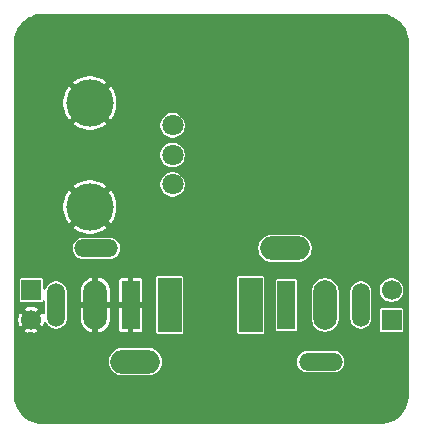
<source format=gbr>
%TF.GenerationSoftware,KiCad,Pcbnew,9.0.3*%
%TF.CreationDate,2025-07-15T20:34:28+12:00*%
%TF.ProjectId,LED_Dimmer,4c45445f-4469-46d6-9d65-722e6b696361,rev?*%
%TF.SameCoordinates,Original*%
%TF.FileFunction,Copper,L2,Bot*%
%TF.FilePolarity,Positive*%
%FSLAX46Y46*%
G04 Gerber Fmt 4.6, Leading zero omitted, Abs format (unit mm)*
G04 Created by KiCad (PCBNEW 9.0.3) date 2025-07-15 20:34:28*
%MOMM*%
%LPD*%
G01*
G04 APERTURE LIST*
%TA.AperFunction,ComponentPad*%
%ADD10R,1.700000X1.700000*%
%TD*%
%TA.AperFunction,ComponentPad*%
%ADD11C,1.700000*%
%TD*%
%TA.AperFunction,ComponentPad*%
%ADD12C,4.400000*%
%TD*%
%TA.AperFunction,ComponentPad*%
%ADD13R,2.000000X4.600000*%
%TD*%
%TA.AperFunction,ComponentPad*%
%ADD14O,2.000000X4.200000*%
%TD*%
%TA.AperFunction,ComponentPad*%
%ADD15O,4.200000X2.000000*%
%TD*%
%TA.AperFunction,ComponentPad*%
%ADD16C,1.800000*%
%TD*%
%TA.AperFunction,ComponentPad*%
%ADD17C,4.000000*%
%TD*%
%TA.AperFunction,ComponentPad*%
%ADD18R,1.500000X4.100000*%
%TD*%
%TA.AperFunction,ComponentPad*%
%ADD19O,1.500000X3.700000*%
%TD*%
%TA.AperFunction,ComponentPad*%
%ADD20O,3.700000X1.500000*%
%TD*%
%TA.AperFunction,ViaPad*%
%ADD21C,0.600000*%
%TD*%
G04 APERTURE END LIST*
D10*
%TO.P,J2,1,Pin_1*%
%TO.N,12V*%
X117500001Y-49698109D03*
D11*
%TO.P,J2,2,Pin_2*%
%TO.N,/SwitchGND*%
X117500001Y-47158109D03*
%TD*%
D12*
%TO.P,MH2,1,1*%
%TO.N,GND*%
X116500000Y-26247798D03*
%TD*%
D10*
%TO.P,J1,1,Pin_1*%
%TO.N,12V*%
X87000000Y-47148110D03*
D11*
%TO.P,J1,2,Pin_2*%
%TO.N,GND*%
X87000000Y-49688110D03*
%TD*%
D12*
%TO.P,MH3,1,1*%
%TO.N,GND*%
X88000000Y-26247798D03*
%TD*%
%TO.P,MH1,1,1*%
%TO.N,GND*%
X88000000Y-55997798D03*
%TD*%
%TO.P,MH4,1,1*%
%TO.N,GND*%
X116500000Y-55997798D03*
%TD*%
D13*
%TO.P,J_PS1,1*%
%TO.N,12V*%
X98716000Y-48423110D03*
D14*
%TO.P,J_PS1,2*%
%TO.N,GND*%
X92415999Y-48423109D03*
D15*
%TO.P,J_PS1,3*%
%TO.N,unconnected-(J_PS1-Pad3)*%
X95816000Y-53223110D03*
%TD*%
D13*
%TO.P,J_LED1,1*%
%TO.N,12V*%
X105574001Y-48423109D03*
D14*
%TO.P,J_LED1,2*%
%TO.N,/SwitchGND*%
X111874002Y-48423110D03*
D15*
%TO.P,J_LED1,3*%
%TO.N,unconnected-(J_LED1-Pad3)*%
X108474001Y-43623109D03*
%TD*%
D16*
%TO.P,PT1,1,1*%
%TO.N,Net-(D1-K)*%
X98953402Y-33219612D03*
%TO.P,PT1,2,2*%
%TO.N,/THRESH*%
X98953402Y-35719612D03*
%TO.P,PT1,3,3*%
%TO.N,Net-(D2-A)*%
X98953402Y-38219612D03*
D17*
%TO.P,PT1,MP,MountPin*%
%TO.N,GND*%
X91953407Y-40119610D03*
X91953401Y-31319612D03*
%TD*%
D18*
%TO.P,J_PS2,1*%
%TO.N,GND*%
X95400000Y-48423110D03*
D19*
%TO.P,J_PS2,2*%
%TO.N,12V*%
X89099999Y-48423109D03*
D20*
%TO.P,J_PS2,3*%
%TO.N,unconnected-(J_PS2-Pad3)*%
X92500000Y-43623111D03*
%TD*%
D18*
%TO.P,J_LED2,1*%
%TO.N,/SwitchGND*%
X108600000Y-48423109D03*
D19*
%TO.P,J_LED2,2*%
%TO.N,12V*%
X114900001Y-48423110D03*
D20*
%TO.P,J_LED2,3*%
%TO.N,unconnected-(J_LED2-Pad3)*%
X111500000Y-53223108D03*
%TD*%
D21*
%TO.N,GND*%
X92408086Y-45596315D03*
X87000000Y-42000000D03*
X90000000Y-45000000D03*
X108000000Y-27000000D03*
X99000000Y-27000000D03*
X105000000Y-57000000D03*
X111000000Y-27000000D03*
X103191248Y-33096547D03*
X87000000Y-51000000D03*
X104750000Y-43417833D03*
X114000000Y-39000000D03*
X117000000Y-42000000D03*
X96000000Y-45000000D03*
X99000000Y-57000000D03*
X96000000Y-27000000D03*
X114000000Y-42000000D03*
X93000000Y-27000000D03*
X87000000Y-36000000D03*
X117000000Y-33000000D03*
X102000000Y-43381791D03*
X87000000Y-30000000D03*
X102000000Y-51000000D03*
X102000000Y-27000000D03*
X93000000Y-36000000D03*
X104865307Y-32567641D03*
X96000000Y-57000000D03*
X114000000Y-57000000D03*
X111000000Y-39000000D03*
X93000000Y-57000000D03*
X114000000Y-33000000D03*
X114000000Y-36000000D03*
X90659826Y-48407694D03*
X105000000Y-54000000D03*
X108000000Y-57000000D03*
X90000000Y-54000000D03*
X99000000Y-30000000D03*
X105000000Y-27000000D03*
X87000000Y-33000000D03*
X87000000Y-45000000D03*
X90000000Y-36000000D03*
X99000000Y-54000000D03*
X102000000Y-54000000D03*
X103287999Y-44667833D03*
X93000000Y-54000000D03*
X87000000Y-39000000D03*
X96000000Y-36000000D03*
X117000000Y-30000000D03*
X102000000Y-44667833D03*
X108000000Y-30000000D03*
X111000000Y-57000000D03*
X114000000Y-30000000D03*
X111000000Y-30000000D03*
X117000000Y-39000000D03*
X108000000Y-54000000D03*
X96000000Y-30000000D03*
X96000000Y-33000000D03*
X104750000Y-44667833D03*
X114000000Y-54000000D03*
X108000000Y-39000000D03*
X100279841Y-34256258D03*
X117000000Y-36000000D03*
X96000000Y-42000000D03*
X90000000Y-51000000D03*
X96000000Y-39000000D03*
X102000000Y-57000000D03*
X112443516Y-40500000D03*
%TD*%
%TA.AperFunction,Conductor*%
%TO.N,GND*%
G36*
X116411216Y-23748514D02*
G01*
X116412716Y-23748338D01*
X116427435Y-23748711D01*
X116434109Y-23750500D01*
X116497824Y-23750500D01*
X116499399Y-23750540D01*
X116503737Y-23750726D01*
X116793797Y-23768271D01*
X116808660Y-23770076D01*
X117090798Y-23821780D01*
X117105335Y-23825363D01*
X117379183Y-23910698D01*
X117393164Y-23916000D01*
X117654735Y-24033724D01*
X117667989Y-24040680D01*
X117913465Y-24189075D01*
X117925776Y-24197573D01*
X118151572Y-24374473D01*
X118151573Y-24374474D01*
X118162781Y-24384404D01*
X118365596Y-24587218D01*
X118375526Y-24598426D01*
X118495481Y-24751538D01*
X118552422Y-24824217D01*
X118560928Y-24836541D01*
X118709319Y-25082012D01*
X118716277Y-25095269D01*
X118833994Y-25356823D01*
X118839304Y-25370825D01*
X118924635Y-25644664D01*
X118928219Y-25659202D01*
X118979923Y-25941340D01*
X118981728Y-25956205D01*
X118999274Y-26246263D01*
X118999500Y-26253750D01*
X118999500Y-55996249D01*
X118999274Y-56003736D01*
X118981728Y-56293794D01*
X118979923Y-56308659D01*
X118928219Y-56590798D01*
X118924635Y-56605336D01*
X118839306Y-56879167D01*
X118833997Y-56893168D01*
X118716275Y-57154736D01*
X118709316Y-57167995D01*
X118560928Y-57413459D01*
X118552422Y-57425782D01*
X118375526Y-57651573D01*
X118365596Y-57662781D01*
X118162781Y-57865596D01*
X118151573Y-57875526D01*
X117925782Y-58052422D01*
X117913459Y-58060928D01*
X117667995Y-58209316D01*
X117654736Y-58216275D01*
X117393168Y-58333997D01*
X117379167Y-58339306D01*
X117105336Y-58424635D01*
X117090798Y-58428219D01*
X116808659Y-58479923D01*
X116793794Y-58481728D01*
X116538939Y-58497144D01*
X116531461Y-58497370D01*
X88003756Y-58499499D01*
X87996260Y-58499273D01*
X87706205Y-58481728D01*
X87691340Y-58479923D01*
X87409201Y-58428219D01*
X87394663Y-58424635D01*
X87120832Y-58339306D01*
X87106831Y-58333997D01*
X86845263Y-58216275D01*
X86832004Y-58209316D01*
X86586540Y-58060928D01*
X86574217Y-58052422D01*
X86348426Y-57875526D01*
X86337218Y-57865596D01*
X86134403Y-57662781D01*
X86124473Y-57651573D01*
X85947573Y-57425776D01*
X85939075Y-57413465D01*
X85790680Y-57167989D01*
X85783727Y-57154743D01*
X85666000Y-56893163D01*
X85660693Y-56879167D01*
X85575364Y-56605336D01*
X85571780Y-56590798D01*
X85520076Y-56308659D01*
X85518271Y-56293794D01*
X85500726Y-56003736D01*
X85500500Y-55996249D01*
X85500500Y-53132558D01*
X93565500Y-53132558D01*
X93565500Y-53313661D01*
X93593829Y-53492520D01*
X93649787Y-53664746D01*
X93649788Y-53664749D01*
X93732006Y-53826107D01*
X93838441Y-53972604D01*
X93838445Y-53972609D01*
X93966500Y-54100664D01*
X93966505Y-54100668D01*
X93998080Y-54123608D01*
X94113006Y-54207106D01*
X94218484Y-54260850D01*
X94274360Y-54289321D01*
X94274363Y-54289322D01*
X94360476Y-54317301D01*
X94446591Y-54345281D01*
X94529429Y-54358401D01*
X94625449Y-54373610D01*
X94625454Y-54373610D01*
X97006551Y-54373610D01*
X97093259Y-54359875D01*
X97185409Y-54345281D01*
X97357639Y-54289321D01*
X97518994Y-54207106D01*
X97665501Y-54100663D01*
X97793553Y-53972611D01*
X97899996Y-53826104D01*
X97982211Y-53664749D01*
X98038171Y-53492519D01*
X98052765Y-53400369D01*
X98066500Y-53313661D01*
X98066500Y-53134412D01*
X109499500Y-53134412D01*
X109499500Y-53311803D01*
X109534103Y-53485766D01*
X109534106Y-53485775D01*
X109601983Y-53649648D01*
X109601990Y-53649661D01*
X109700535Y-53797142D01*
X109700538Y-53797146D01*
X109825961Y-53922569D01*
X109825965Y-53922572D01*
X109973446Y-54021117D01*
X109973459Y-54021124D01*
X110096363Y-54072031D01*
X110137334Y-54089002D01*
X110137336Y-54089002D01*
X110137341Y-54089004D01*
X110311304Y-54123607D01*
X110311307Y-54123608D01*
X110311309Y-54123608D01*
X112688693Y-54123608D01*
X112688694Y-54123607D01*
X112746682Y-54112072D01*
X112862658Y-54089004D01*
X112862661Y-54089002D01*
X112862666Y-54089002D01*
X113026547Y-54021121D01*
X113174035Y-53922572D01*
X113299464Y-53797143D01*
X113398013Y-53649655D01*
X113465894Y-53485774D01*
X113500500Y-53311799D01*
X113500500Y-53134417D01*
X113500500Y-53134414D01*
X113500499Y-53134412D01*
X113465896Y-52960449D01*
X113465893Y-52960440D01*
X113398016Y-52796567D01*
X113398009Y-52796554D01*
X113299464Y-52649073D01*
X113299461Y-52649069D01*
X113174038Y-52523646D01*
X113174034Y-52523643D01*
X113026553Y-52425098D01*
X113026540Y-52425091D01*
X112862667Y-52357214D01*
X112862658Y-52357211D01*
X112688694Y-52322608D01*
X112688691Y-52322608D01*
X110311309Y-52322608D01*
X110311306Y-52322608D01*
X110137341Y-52357211D01*
X110137332Y-52357214D01*
X109973459Y-52425091D01*
X109973446Y-52425098D01*
X109825965Y-52523643D01*
X109825961Y-52523646D01*
X109700538Y-52649069D01*
X109700535Y-52649073D01*
X109601990Y-52796554D01*
X109601983Y-52796567D01*
X109534106Y-52960440D01*
X109534103Y-52960449D01*
X109499500Y-53134412D01*
X98066500Y-53134412D01*
X98066500Y-53132558D01*
X98050019Y-53028507D01*
X98038171Y-52953701D01*
X97982211Y-52781471D01*
X97982211Y-52781470D01*
X97914748Y-52649069D01*
X97899996Y-52620116D01*
X97829907Y-52523646D01*
X97793558Y-52473615D01*
X97793554Y-52473610D01*
X97665499Y-52345555D01*
X97665494Y-52345551D01*
X97518997Y-52239116D01*
X97518996Y-52239115D01*
X97518994Y-52239114D01*
X97467300Y-52212774D01*
X97357639Y-52156898D01*
X97357636Y-52156897D01*
X97185410Y-52100939D01*
X97006551Y-52072610D01*
X97006546Y-52072610D01*
X94625454Y-52072610D01*
X94625449Y-52072610D01*
X94446589Y-52100939D01*
X94274363Y-52156897D01*
X94274360Y-52156898D01*
X94113002Y-52239116D01*
X93966505Y-52345551D01*
X93966500Y-52345555D01*
X93838445Y-52473610D01*
X93838441Y-52473615D01*
X93732006Y-52620112D01*
X93649788Y-52781470D01*
X93649787Y-52781473D01*
X93593829Y-52953699D01*
X93565500Y-53132558D01*
X85500500Y-53132558D01*
X85500500Y-49601538D01*
X85900000Y-49601538D01*
X85900000Y-49774681D01*
X85927085Y-49945694D01*
X85980592Y-50110369D01*
X86059196Y-50264635D01*
X86063709Y-50270846D01*
X86063709Y-50270847D01*
X86517037Y-49817519D01*
X86534075Y-49881103D01*
X86599901Y-49995117D01*
X86692993Y-50088209D01*
X86807007Y-50154035D01*
X86870589Y-50171072D01*
X86417261Y-50624399D01*
X86417262Y-50624400D01*
X86423471Y-50628911D01*
X86577742Y-50707518D01*
X86742415Y-50761024D01*
X86913429Y-50788110D01*
X87086571Y-50788110D01*
X87257584Y-50761024D01*
X87422257Y-50707518D01*
X87576525Y-50628913D01*
X87582736Y-50624399D01*
X87582737Y-50624399D01*
X87129410Y-50171072D01*
X87192993Y-50154035D01*
X87307007Y-50088209D01*
X87400099Y-49995117D01*
X87465925Y-49881103D01*
X87482962Y-49817519D01*
X87936289Y-50270846D01*
X87940803Y-50264635D01*
X88019408Y-50110365D01*
X88069026Y-49957661D01*
X88108464Y-49899985D01*
X88172822Y-49872787D01*
X88241669Y-49884702D01*
X88293144Y-49931946D01*
X88301517Y-49948525D01*
X88301986Y-49949656D01*
X88301987Y-49949657D01*
X88301989Y-49949662D01*
X88400534Y-50097143D01*
X88400537Y-50097147D01*
X88525960Y-50222570D01*
X88525964Y-50222573D01*
X88673445Y-50321118D01*
X88673458Y-50321125D01*
X88712823Y-50337430D01*
X88837333Y-50389003D01*
X88837335Y-50389003D01*
X88837340Y-50389005D01*
X89011303Y-50423608D01*
X89011306Y-50423609D01*
X89011308Y-50423609D01*
X89188692Y-50423609D01*
X89188693Y-50423608D01*
X89246681Y-50412073D01*
X89362657Y-50389005D01*
X89362660Y-50389003D01*
X89362665Y-50389003D01*
X89502534Y-50331067D01*
X89526539Y-50321125D01*
X89526539Y-50321124D01*
X89526546Y-50321122D01*
X89674034Y-50222573D01*
X89799463Y-50097144D01*
X89898012Y-49949656D01*
X89965893Y-49785775D01*
X89965893Y-49785770D01*
X89965895Y-49785767D01*
X89988963Y-49669791D01*
X90000499Y-49611800D01*
X90000499Y-47234418D01*
X90000497Y-47234406D01*
X89998572Y-47224726D01*
X91165999Y-47224726D01*
X91165999Y-48173109D01*
X91915999Y-48173109D01*
X91915999Y-48673109D01*
X91165999Y-48673109D01*
X91165999Y-49621491D01*
X91196777Y-49815814D01*
X91257580Y-50002944D01*
X91346903Y-50178252D01*
X91462554Y-50337430D01*
X91601677Y-50476553D01*
X91760855Y-50592204D01*
X91936161Y-50681527D01*
X92123282Y-50742327D01*
X92165999Y-50749093D01*
X92165999Y-49956121D01*
X92223006Y-49989034D01*
X92350173Y-50023109D01*
X92481825Y-50023109D01*
X92608992Y-49989034D01*
X92665999Y-49956121D01*
X92665999Y-50749092D01*
X92708715Y-50742327D01*
X92722241Y-50737932D01*
X97565499Y-50737932D01*
X97574231Y-50781827D01*
X97574234Y-50781834D01*
X97607495Y-50831613D01*
X97607496Y-50831614D01*
X97657278Y-50864877D01*
X97657281Y-50864877D01*
X97657282Y-50864878D01*
X97701177Y-50873610D01*
X97701180Y-50873610D01*
X99730822Y-50873610D01*
X99774717Y-50864878D01*
X99774717Y-50864877D01*
X99774722Y-50864877D01*
X99824504Y-50831614D01*
X99857767Y-50781832D01*
X99861906Y-50761024D01*
X99866500Y-50737932D01*
X99866500Y-50737931D01*
X104423500Y-50737931D01*
X104432232Y-50781826D01*
X104432233Y-50781830D01*
X104432234Y-50781831D01*
X104465497Y-50831613D01*
X104515279Y-50864876D01*
X104515282Y-50864876D01*
X104515283Y-50864877D01*
X104559178Y-50873609D01*
X104559181Y-50873609D01*
X106588823Y-50873609D01*
X106632718Y-50864877D01*
X106632718Y-50864876D01*
X106632723Y-50864876D01*
X106682505Y-50831613D01*
X106715768Y-50781831D01*
X106719907Y-50761024D01*
X106724501Y-50737931D01*
X106724501Y-50487931D01*
X107699499Y-50487931D01*
X107708231Y-50531826D01*
X107708234Y-50531833D01*
X107734173Y-50570654D01*
X107741496Y-50581613D01*
X107791278Y-50614876D01*
X107791281Y-50614876D01*
X107791282Y-50614877D01*
X107835177Y-50623609D01*
X107835180Y-50623609D01*
X109364822Y-50623609D01*
X109408717Y-50614877D01*
X109408717Y-50614876D01*
X109408722Y-50614876D01*
X109458504Y-50581613D01*
X109491767Y-50531831D01*
X109491768Y-50531826D01*
X109500500Y-50487931D01*
X109500500Y-47232558D01*
X110723502Y-47232558D01*
X110723502Y-49613661D01*
X110751831Y-49792520D01*
X110807789Y-49964746D01*
X110807790Y-49964749D01*
X110846981Y-50041663D01*
X110870697Y-50088209D01*
X110890008Y-50126107D01*
X110996443Y-50272604D01*
X110996447Y-50272609D01*
X111124502Y-50400664D01*
X111124507Y-50400668D01*
X111228955Y-50476553D01*
X111271008Y-50507106D01*
X111376486Y-50560850D01*
X111432362Y-50589321D01*
X111432365Y-50589322D01*
X111518478Y-50617301D01*
X111604593Y-50645281D01*
X111676141Y-50656613D01*
X111783451Y-50673610D01*
X111783456Y-50673610D01*
X111964553Y-50673610D01*
X112051261Y-50659875D01*
X112143411Y-50645281D01*
X112315641Y-50589321D01*
X112367434Y-50562931D01*
X116499500Y-50562931D01*
X116508232Y-50606825D01*
X116508235Y-50606833D01*
X116533925Y-50645281D01*
X116541497Y-50656613D01*
X116591279Y-50689876D01*
X116591282Y-50689876D01*
X116591283Y-50689877D01*
X116635178Y-50698609D01*
X116635181Y-50698609D01*
X118364823Y-50698609D01*
X118408718Y-50689877D01*
X118408718Y-50689876D01*
X118408723Y-50689876D01*
X118458505Y-50656613D01*
X118491768Y-50606831D01*
X118491768Y-50606827D01*
X118491770Y-50606825D01*
X118500501Y-50562931D01*
X118500501Y-48833286D01*
X118491769Y-48789391D01*
X118491768Y-48789390D01*
X118491768Y-48789387D01*
X118458505Y-48739605D01*
X118458504Y-48739604D01*
X118408725Y-48706343D01*
X118408718Y-48706340D01*
X118364823Y-48697609D01*
X118364821Y-48697609D01*
X116635181Y-48697609D01*
X116635179Y-48697609D01*
X116591283Y-48706340D01*
X116591276Y-48706343D01*
X116541497Y-48739604D01*
X116541496Y-48739605D01*
X116508235Y-48789384D01*
X116508232Y-48789391D01*
X116499501Y-48833286D01*
X116499501Y-48833289D01*
X116499501Y-50562929D01*
X116499501Y-50562931D01*
X116499500Y-50562931D01*
X112367434Y-50562931D01*
X112476996Y-50507106D01*
X112623503Y-50400663D01*
X112751555Y-50272611D01*
X112857998Y-50126104D01*
X112940213Y-49964749D01*
X112996173Y-49792519D01*
X113012710Y-49688109D01*
X113024502Y-49613661D01*
X113024502Y-47234414D01*
X113999501Y-47234414D01*
X113999501Y-49611805D01*
X114034104Y-49785768D01*
X114034107Y-49785777D01*
X114101984Y-49949650D01*
X114101991Y-49949663D01*
X114200536Y-50097144D01*
X114200539Y-50097148D01*
X114325962Y-50222571D01*
X114325966Y-50222574D01*
X114473447Y-50321119D01*
X114473460Y-50321126D01*
X114596364Y-50372033D01*
X114637335Y-50389004D01*
X114637337Y-50389004D01*
X114637342Y-50389006D01*
X114811305Y-50423609D01*
X114811308Y-50423610D01*
X114811310Y-50423610D01*
X114988694Y-50423610D01*
X114988695Y-50423609D01*
X115046683Y-50412074D01*
X115162659Y-50389006D01*
X115162662Y-50389004D01*
X115162667Y-50389004D01*
X115326548Y-50321123D01*
X115474036Y-50222574D01*
X115599465Y-50097145D01*
X115698014Y-49949657D01*
X115765895Y-49785776D01*
X115772229Y-49753936D01*
X115798416Y-49622284D01*
X115800501Y-49611801D01*
X115800501Y-47256652D01*
X116499500Y-47256652D01*
X116537948Y-47449938D01*
X116537951Y-47449948D01*
X116613365Y-47632016D01*
X116613372Y-47632029D01*
X116722861Y-47795890D01*
X116722864Y-47795894D01*
X116862215Y-47935245D01*
X116862219Y-47935248D01*
X117026080Y-48044737D01*
X117026093Y-48044744D01*
X117208161Y-48120158D01*
X117208166Y-48120160D01*
X117208170Y-48120160D01*
X117208171Y-48120161D01*
X117401457Y-48158609D01*
X117401460Y-48158609D01*
X117598544Y-48158609D01*
X117783073Y-48121903D01*
X117791836Y-48120160D01*
X117973915Y-48044741D01*
X118137783Y-47935248D01*
X118277140Y-47795891D01*
X118386633Y-47632023D01*
X118462052Y-47449944D01*
X118500501Y-47256650D01*
X118500501Y-47059568D01*
X118500501Y-47059565D01*
X118462053Y-46866279D01*
X118462052Y-46866278D01*
X118462052Y-46866274D01*
X118413507Y-46749074D01*
X118386636Y-46684201D01*
X118386629Y-46684188D01*
X118277140Y-46520327D01*
X118277137Y-46520323D01*
X118137786Y-46380972D01*
X118137782Y-46380969D01*
X117973921Y-46271480D01*
X117973908Y-46271473D01*
X117791840Y-46196059D01*
X117791830Y-46196056D01*
X117598544Y-46157609D01*
X117598542Y-46157609D01*
X117401460Y-46157609D01*
X117401458Y-46157609D01*
X117208171Y-46196056D01*
X117208161Y-46196059D01*
X117026093Y-46271473D01*
X117026080Y-46271480D01*
X116862219Y-46380969D01*
X116862215Y-46380972D01*
X116722864Y-46520323D01*
X116722861Y-46520327D01*
X116613372Y-46684188D01*
X116613365Y-46684201D01*
X116537951Y-46866269D01*
X116537948Y-46866279D01*
X116499501Y-47059565D01*
X116499501Y-47059568D01*
X116499501Y-47256650D01*
X116499501Y-47256652D01*
X116499500Y-47256652D01*
X115800501Y-47256652D01*
X115800501Y-47234419D01*
X115800501Y-47234418D01*
X115800501Y-47234416D01*
X115769321Y-47077668D01*
X115769320Y-47077665D01*
X115765895Y-47060445D01*
X115765894Y-47060443D01*
X115741284Y-47001026D01*
X115698017Y-46896569D01*
X115698010Y-46896556D01*
X115599465Y-46749075D01*
X115599462Y-46749071D01*
X115474039Y-46623648D01*
X115474035Y-46623645D01*
X115326554Y-46525100D01*
X115326541Y-46525093D01*
X115162668Y-46457216D01*
X115162659Y-46457213D01*
X114988695Y-46422610D01*
X114988692Y-46422610D01*
X114811310Y-46422610D01*
X114811307Y-46422610D01*
X114637342Y-46457213D01*
X114637333Y-46457216D01*
X114473460Y-46525093D01*
X114473447Y-46525100D01*
X114325966Y-46623645D01*
X114325962Y-46623648D01*
X114200539Y-46749071D01*
X114200536Y-46749075D01*
X114101991Y-46896556D01*
X114101984Y-46896569D01*
X114034107Y-47060442D01*
X114034104Y-47060451D01*
X113999501Y-47234414D01*
X113024502Y-47234414D01*
X113024502Y-47232558D01*
X112999969Y-47077668D01*
X112996173Y-47053701D01*
X112945119Y-46896569D01*
X112940214Y-46881473D01*
X112940213Y-46881470D01*
X112872753Y-46749075D01*
X112857998Y-46720116D01*
X112812276Y-46657185D01*
X112751560Y-46573615D01*
X112751556Y-46573610D01*
X112623501Y-46445555D01*
X112623496Y-46445551D01*
X112476999Y-46339116D01*
X112476998Y-46339115D01*
X112476996Y-46339114D01*
X112425302Y-46312774D01*
X112315641Y-46256898D01*
X112315638Y-46256897D01*
X112143412Y-46200939D01*
X111964553Y-46172610D01*
X111964548Y-46172610D01*
X111783456Y-46172610D01*
X111783451Y-46172610D01*
X111604591Y-46200939D01*
X111432365Y-46256897D01*
X111432362Y-46256898D01*
X111271004Y-46339116D01*
X111124507Y-46445551D01*
X111124502Y-46445555D01*
X110996447Y-46573610D01*
X110996443Y-46573615D01*
X110890008Y-46720112D01*
X110807790Y-46881470D01*
X110807789Y-46881473D01*
X110751831Y-47053699D01*
X110723502Y-47232558D01*
X109500500Y-47232558D01*
X109500500Y-46358286D01*
X109491768Y-46314391D01*
X109491767Y-46314390D01*
X109491767Y-46314387D01*
X109458504Y-46264605D01*
X109458503Y-46264604D01*
X109408724Y-46231343D01*
X109408717Y-46231340D01*
X109364822Y-46222609D01*
X109364820Y-46222609D01*
X107835180Y-46222609D01*
X107835178Y-46222609D01*
X107791282Y-46231340D01*
X107791275Y-46231343D01*
X107741496Y-46264604D01*
X107741495Y-46264605D01*
X107708234Y-46314384D01*
X107708231Y-46314391D01*
X107699500Y-46358286D01*
X107699500Y-46358289D01*
X107699500Y-50487929D01*
X107699500Y-50487931D01*
X107699499Y-50487931D01*
X106724501Y-50487931D01*
X106724501Y-46108286D01*
X106715769Y-46064391D01*
X106715768Y-46064388D01*
X106715768Y-46064387D01*
X106682505Y-46014605D01*
X106632726Y-45981344D01*
X106632725Y-45981343D01*
X106632718Y-45981340D01*
X106588823Y-45972609D01*
X106588821Y-45972609D01*
X104559181Y-45972609D01*
X104559179Y-45972609D01*
X104515283Y-45981340D01*
X104515276Y-45981343D01*
X104465497Y-46014604D01*
X104465496Y-46014605D01*
X104432235Y-46064384D01*
X104432232Y-46064391D01*
X104423501Y-46108286D01*
X104423501Y-46108287D01*
X104423501Y-46108289D01*
X104423501Y-50737929D01*
X104423501Y-50737931D01*
X104423500Y-50737931D01*
X99866500Y-50737931D01*
X99866500Y-46108288D01*
X99866499Y-46108287D01*
X99864278Y-46097123D01*
X99857767Y-46064388D01*
X99824504Y-46014606D01*
X99824503Y-46014605D01*
X99774724Y-45981344D01*
X99774717Y-45981341D01*
X99730822Y-45972610D01*
X99730820Y-45972610D01*
X97701180Y-45972610D01*
X97701178Y-45972610D01*
X97657282Y-45981341D01*
X97657275Y-45981344D01*
X97607496Y-46014605D01*
X97607495Y-46014606D01*
X97574234Y-46064385D01*
X97574231Y-46064392D01*
X97565500Y-46108287D01*
X97565500Y-46108288D01*
X97565500Y-46108290D01*
X97565500Y-50737930D01*
X97565500Y-50737932D01*
X97565499Y-50737932D01*
X92722241Y-50737932D01*
X92895836Y-50681527D01*
X93071142Y-50592204D01*
X93230320Y-50476553D01*
X93369443Y-50337430D01*
X93485094Y-50178252D01*
X93574417Y-50002944D01*
X93635220Y-49815814D01*
X93665999Y-49621491D01*
X93665999Y-48673109D01*
X92915999Y-48673109D01*
X92915999Y-48173109D01*
X93665999Y-48173109D01*
X93665999Y-47224726D01*
X93635220Y-47030403D01*
X93574417Y-46843273D01*
X93485094Y-46667965D01*
X93369443Y-46508787D01*
X93230320Y-46369664D01*
X93201164Y-46348481D01*
X94400000Y-46348481D01*
X94400000Y-48173110D01*
X94900000Y-48173110D01*
X94900000Y-48673110D01*
X94400000Y-48673110D01*
X94400000Y-50497738D01*
X94414503Y-50570650D01*
X94414505Y-50570654D01*
X94469760Y-50653349D01*
X94552455Y-50708604D01*
X94552459Y-50708606D01*
X94625371Y-50723109D01*
X94625374Y-50723110D01*
X95150000Y-50723110D01*
X95150000Y-50156122D01*
X95207007Y-50189035D01*
X95334174Y-50223110D01*
X95465826Y-50223110D01*
X95592993Y-50189035D01*
X95650000Y-50156122D01*
X95650000Y-50723110D01*
X96174626Y-50723110D01*
X96174628Y-50723109D01*
X96247540Y-50708606D01*
X96247544Y-50708604D01*
X96330239Y-50653349D01*
X96385494Y-50570654D01*
X96385496Y-50570650D01*
X96399999Y-50497738D01*
X96400000Y-50497736D01*
X96400000Y-48673110D01*
X95900000Y-48673110D01*
X95900000Y-48173110D01*
X96400000Y-48173110D01*
X96400000Y-46348483D01*
X96399999Y-46348481D01*
X96385496Y-46275569D01*
X96385494Y-46275565D01*
X96330239Y-46192870D01*
X96247544Y-46137615D01*
X96247540Y-46137613D01*
X96174627Y-46123110D01*
X95650000Y-46123110D01*
X95650000Y-46690098D01*
X95592993Y-46657185D01*
X95465826Y-46623110D01*
X95334174Y-46623110D01*
X95207007Y-46657185D01*
X95150000Y-46690098D01*
X95150000Y-46123110D01*
X94625373Y-46123110D01*
X94552459Y-46137613D01*
X94552455Y-46137615D01*
X94469760Y-46192870D01*
X94414505Y-46275565D01*
X94414503Y-46275569D01*
X94400000Y-46348481D01*
X93201164Y-46348481D01*
X93071142Y-46254013D01*
X92895834Y-46164690D01*
X92708704Y-46103887D01*
X92665999Y-46097123D01*
X92665999Y-46890097D01*
X92608992Y-46857184D01*
X92481825Y-46823109D01*
X92350173Y-46823109D01*
X92223006Y-46857184D01*
X92165999Y-46890097D01*
X92165999Y-46097123D01*
X92165998Y-46097123D01*
X92123293Y-46103887D01*
X91936163Y-46164690D01*
X91760855Y-46254013D01*
X91601677Y-46369664D01*
X91462554Y-46508787D01*
X91346903Y-46667965D01*
X91257580Y-46843273D01*
X91196777Y-47030403D01*
X91165999Y-47224726D01*
X89998572Y-47224726D01*
X89965895Y-47060450D01*
X89965892Y-47060442D01*
X89898015Y-46896569D01*
X89898015Y-46896568D01*
X89898008Y-46896555D01*
X89799463Y-46749074D01*
X89799460Y-46749070D01*
X89674037Y-46623647D01*
X89674033Y-46623644D01*
X89526552Y-46525099D01*
X89526539Y-46525092D01*
X89362666Y-46457215D01*
X89362657Y-46457212D01*
X89188693Y-46422609D01*
X89188690Y-46422609D01*
X89011308Y-46422609D01*
X89011305Y-46422609D01*
X88837340Y-46457212D01*
X88837331Y-46457215D01*
X88673458Y-46525092D01*
X88673445Y-46525099D01*
X88525964Y-46623644D01*
X88525960Y-46623647D01*
X88400537Y-46749070D01*
X88400534Y-46749074D01*
X88301989Y-46896555D01*
X88301982Y-46896568D01*
X88239061Y-47048478D01*
X88195221Y-47102882D01*
X88128927Y-47124947D01*
X88061227Y-47107668D01*
X88013616Y-47056531D01*
X88000500Y-47001026D01*
X88000500Y-46283287D01*
X87991768Y-46239392D01*
X87991767Y-46239391D01*
X87991767Y-46239388D01*
X87958504Y-46189606D01*
X87958503Y-46189605D01*
X87908724Y-46156344D01*
X87908717Y-46156341D01*
X87864822Y-46147610D01*
X87864820Y-46147610D01*
X86135180Y-46147610D01*
X86135178Y-46147610D01*
X86091282Y-46156341D01*
X86091275Y-46156344D01*
X86041496Y-46189605D01*
X86041495Y-46189606D01*
X86008234Y-46239385D01*
X86008231Y-46239392D01*
X85999500Y-46283287D01*
X85999500Y-46283290D01*
X85999500Y-48012930D01*
X85999500Y-48012932D01*
X85999499Y-48012932D01*
X86008231Y-48056827D01*
X86008232Y-48056831D01*
X86008233Y-48056832D01*
X86041496Y-48106614D01*
X86091278Y-48139877D01*
X86091281Y-48139877D01*
X86091282Y-48139878D01*
X86135177Y-48148610D01*
X86135180Y-48148610D01*
X87864822Y-48148610D01*
X87908717Y-48139878D01*
X87908717Y-48139877D01*
X87908722Y-48139877D01*
X87958504Y-48106614D01*
X87972397Y-48085820D01*
X88026007Y-48041016D01*
X88095332Y-48032307D01*
X88158360Y-48062461D01*
X88195080Y-48121903D01*
X88199499Y-48154711D01*
X88199499Y-49102804D01*
X88179814Y-49169843D01*
X88127010Y-49215598D01*
X88057852Y-49225542D01*
X87994296Y-49196517D01*
X87965015Y-49159100D01*
X87940803Y-49111583D01*
X87936290Y-49105372D01*
X87936289Y-49105371D01*
X87482962Y-49558699D01*
X87465925Y-49495117D01*
X87400099Y-49381103D01*
X87307007Y-49288011D01*
X87192993Y-49222185D01*
X87129409Y-49205147D01*
X87582737Y-48751819D01*
X87576525Y-48747306D01*
X87422259Y-48668702D01*
X87257584Y-48615195D01*
X87086571Y-48588110D01*
X86913429Y-48588110D01*
X86742415Y-48615195D01*
X86577740Y-48668702D01*
X86423480Y-48747303D01*
X86423463Y-48747313D01*
X86417261Y-48751818D01*
X86417261Y-48751819D01*
X86870590Y-49205147D01*
X86807007Y-49222185D01*
X86692993Y-49288011D01*
X86599901Y-49381103D01*
X86534075Y-49495117D01*
X86517037Y-49558700D01*
X86063709Y-49105371D01*
X86063708Y-49105371D01*
X86059203Y-49111573D01*
X86059193Y-49111590D01*
X85980592Y-49265850D01*
X85927085Y-49430525D01*
X85900000Y-49601538D01*
X85500500Y-49601538D01*
X85500500Y-43534415D01*
X90499500Y-43534415D01*
X90499500Y-43711806D01*
X90534103Y-43885769D01*
X90534106Y-43885778D01*
X90601983Y-44049651D01*
X90601990Y-44049664D01*
X90700535Y-44197145D01*
X90700538Y-44197149D01*
X90825961Y-44322572D01*
X90825965Y-44322575D01*
X90973446Y-44421120D01*
X90973459Y-44421127D01*
X91096363Y-44472034D01*
X91137334Y-44489005D01*
X91137336Y-44489005D01*
X91137341Y-44489007D01*
X91311304Y-44523610D01*
X91311307Y-44523611D01*
X91311309Y-44523611D01*
X93688693Y-44523611D01*
X93688694Y-44523610D01*
X93746682Y-44512075D01*
X93862658Y-44489007D01*
X93862661Y-44489005D01*
X93862666Y-44489005D01*
X94026547Y-44421124D01*
X94174035Y-44322575D01*
X94299464Y-44197146D01*
X94398013Y-44049658D01*
X94465894Y-43885777D01*
X94500500Y-43711802D01*
X94500500Y-43534420D01*
X94500500Y-43534416D01*
X94500130Y-43532557D01*
X106223501Y-43532557D01*
X106223501Y-43713660D01*
X106251830Y-43892519D01*
X106307788Y-44064745D01*
X106307789Y-44064748D01*
X106390007Y-44226106D01*
X106496442Y-44372603D01*
X106496446Y-44372608D01*
X106624501Y-44500663D01*
X106624506Y-44500667D01*
X106752288Y-44593505D01*
X106771007Y-44607105D01*
X106876485Y-44660849D01*
X106932361Y-44689320D01*
X106932364Y-44689321D01*
X107018477Y-44717300D01*
X107104592Y-44745280D01*
X107187430Y-44758400D01*
X107283450Y-44773609D01*
X107283455Y-44773609D01*
X109664552Y-44773609D01*
X109751260Y-44759874D01*
X109843410Y-44745280D01*
X110015640Y-44689320D01*
X110176995Y-44607105D01*
X110323502Y-44500662D01*
X110451554Y-44372610D01*
X110557997Y-44226103D01*
X110640212Y-44064748D01*
X110696172Y-43892518D01*
X110710766Y-43800368D01*
X110724501Y-43713660D01*
X110724501Y-43532557D01*
X110697240Y-43360445D01*
X110696172Y-43353700D01*
X110645118Y-43196570D01*
X110640213Y-43181472D01*
X110640212Y-43181469D01*
X110572751Y-43049072D01*
X110557997Y-43020115D01*
X110487911Y-42923649D01*
X110451559Y-42873614D01*
X110451555Y-42873609D01*
X110323500Y-42745554D01*
X110323495Y-42745550D01*
X110176998Y-42639115D01*
X110176997Y-42639114D01*
X110176995Y-42639113D01*
X110125301Y-42612773D01*
X110015640Y-42556897D01*
X110015637Y-42556896D01*
X109843411Y-42500938D01*
X109664552Y-42472609D01*
X109664547Y-42472609D01*
X107283455Y-42472609D01*
X107283450Y-42472609D01*
X107104590Y-42500938D01*
X106932364Y-42556896D01*
X106932361Y-42556897D01*
X106771003Y-42639115D01*
X106624506Y-42745550D01*
X106624501Y-42745554D01*
X106496446Y-42873609D01*
X106496442Y-42873614D01*
X106390007Y-43020111D01*
X106307789Y-43181469D01*
X106307788Y-43181472D01*
X106251830Y-43353698D01*
X106223501Y-43532557D01*
X94500130Y-43532557D01*
X94465896Y-43360452D01*
X94465893Y-43360443D01*
X94398016Y-43196570D01*
X94398009Y-43196557D01*
X94299464Y-43049076D01*
X94299461Y-43049072D01*
X94174038Y-42923649D01*
X94174034Y-42923646D01*
X94026553Y-42825101D01*
X94026540Y-42825094D01*
X93862667Y-42757217D01*
X93862658Y-42757214D01*
X93688694Y-42722611D01*
X93688691Y-42722611D01*
X91311309Y-42722611D01*
X91311306Y-42722611D01*
X91137341Y-42757214D01*
X91137332Y-42757217D01*
X90973459Y-42825094D01*
X90973446Y-42825101D01*
X90825965Y-42923646D01*
X90825961Y-42923649D01*
X90700538Y-43049072D01*
X90700535Y-43049076D01*
X90601990Y-43196557D01*
X90601983Y-43196570D01*
X90534106Y-43360443D01*
X90534103Y-43360452D01*
X90499500Y-43534415D01*
X85500500Y-43534415D01*
X85500500Y-39972143D01*
X89703407Y-39972143D01*
X89703407Y-40267076D01*
X89703408Y-40267093D01*
X89741903Y-40559494D01*
X89741906Y-40559507D01*
X89818242Y-40844400D01*
X89818245Y-40844410D01*
X89931111Y-41116891D01*
X89931116Y-41116902D01*
X90078581Y-41372317D01*
X90078587Y-41372325D01*
X90195184Y-41524277D01*
X90959196Y-40760265D01*
X91014374Y-40836212D01*
X91136805Y-40958643D01*
X91276882Y-41060414D01*
X91336022Y-41090547D01*
X90548738Y-41877831D01*
X90700691Y-41994429D01*
X90700699Y-41994435D01*
X90956114Y-42141900D01*
X90956125Y-42141905D01*
X91228606Y-42254771D01*
X91228616Y-42254774D01*
X91513509Y-42331110D01*
X91513522Y-42331113D01*
X91805923Y-42369608D01*
X91805941Y-42369610D01*
X92100873Y-42369610D01*
X92100890Y-42369608D01*
X92393291Y-42331113D01*
X92393304Y-42331110D01*
X92678197Y-42254774D01*
X92678207Y-42254771D01*
X92950688Y-42141905D01*
X92950699Y-42141900D01*
X93206114Y-41994435D01*
X93206132Y-41994423D01*
X93358074Y-41877832D01*
X93358074Y-41877830D01*
X92570791Y-41090547D01*
X92629932Y-41060414D01*
X92770009Y-40958643D01*
X92892440Y-40836212D01*
X92947617Y-40760266D01*
X93711627Y-41524277D01*
X93711629Y-41524277D01*
X93828220Y-41372335D01*
X93828232Y-41372317D01*
X93975697Y-41116902D01*
X93975702Y-41116891D01*
X94088568Y-40844410D01*
X94088571Y-40844400D01*
X94164907Y-40559507D01*
X94164910Y-40559494D01*
X94203405Y-40267093D01*
X94203407Y-40267076D01*
X94203407Y-39972143D01*
X94203405Y-39972126D01*
X94164910Y-39679725D01*
X94164907Y-39679712D01*
X94088571Y-39394819D01*
X94088568Y-39394809D01*
X93975702Y-39122328D01*
X93975697Y-39122317D01*
X93828232Y-38866902D01*
X93828226Y-38866894D01*
X93711628Y-38714941D01*
X92947616Y-39478952D01*
X92892440Y-39403008D01*
X92770009Y-39280577D01*
X92629932Y-39178806D01*
X92570790Y-39148671D01*
X93358074Y-38361387D01*
X93206122Y-38244790D01*
X93206114Y-38244784D01*
X93158756Y-38217442D01*
X92983301Y-38116142D01*
X97902902Y-38116142D01*
X97902902Y-38323081D01*
X97943270Y-38526024D01*
X97943272Y-38526032D01*
X98022460Y-38717208D01*
X98137426Y-38889269D01*
X98283744Y-39035587D01*
X98283747Y-39035589D01*
X98455804Y-39150553D01*
X98646982Y-39229742D01*
X98849932Y-39270111D01*
X98849936Y-39270112D01*
X98849937Y-39270112D01*
X99056868Y-39270112D01*
X99056869Y-39270111D01*
X99259822Y-39229742D01*
X99451000Y-39150553D01*
X99623057Y-39035589D01*
X99769379Y-38889267D01*
X99884343Y-38717210D01*
X99963532Y-38526032D01*
X100003902Y-38323077D01*
X100003902Y-38116147D01*
X99963532Y-37913192D01*
X99884343Y-37722014D01*
X99769379Y-37549957D01*
X99769377Y-37549954D01*
X99623059Y-37403636D01*
X99537028Y-37346153D01*
X99451000Y-37288671D01*
X99259822Y-37209482D01*
X99259814Y-37209480D01*
X99056871Y-37169112D01*
X99056867Y-37169112D01*
X98849937Y-37169112D01*
X98849932Y-37169112D01*
X98646989Y-37209480D01*
X98646981Y-37209482D01*
X98455805Y-37288670D01*
X98283744Y-37403636D01*
X98137426Y-37549954D01*
X98022460Y-37722015D01*
X97943272Y-37913191D01*
X97943270Y-37913199D01*
X97902902Y-38116142D01*
X92983301Y-38116142D01*
X92950699Y-38097319D01*
X92950688Y-38097314D01*
X92678207Y-37984448D01*
X92678197Y-37984445D01*
X92393304Y-37908109D01*
X92393291Y-37908106D01*
X92100890Y-37869611D01*
X92100873Y-37869610D01*
X91805941Y-37869610D01*
X91805923Y-37869611D01*
X91513522Y-37908106D01*
X91513509Y-37908109D01*
X91228616Y-37984445D01*
X91228606Y-37984448D01*
X90956125Y-38097314D01*
X90956114Y-38097319D01*
X90700699Y-38244784D01*
X90700683Y-38244795D01*
X90548738Y-38361385D01*
X90548738Y-38361387D01*
X91336022Y-39148671D01*
X91276882Y-39178806D01*
X91136805Y-39280577D01*
X91014374Y-39403008D01*
X90959196Y-39478953D01*
X90195184Y-38714941D01*
X90195182Y-38714941D01*
X90078592Y-38866886D01*
X90078581Y-38866902D01*
X89931116Y-39122317D01*
X89931111Y-39122328D01*
X89818245Y-39394809D01*
X89818242Y-39394819D01*
X89741906Y-39679712D01*
X89741903Y-39679725D01*
X89703408Y-39972126D01*
X89703407Y-39972143D01*
X85500500Y-39972143D01*
X85500500Y-35616142D01*
X97902902Y-35616142D01*
X97902902Y-35823081D01*
X97943270Y-36026024D01*
X97943272Y-36026032D01*
X98022460Y-36217208D01*
X98137426Y-36389269D01*
X98283744Y-36535587D01*
X98283747Y-36535589D01*
X98455804Y-36650553D01*
X98646982Y-36729742D01*
X98849932Y-36770111D01*
X98849936Y-36770112D01*
X98849937Y-36770112D01*
X99056868Y-36770112D01*
X99056869Y-36770111D01*
X99259822Y-36729742D01*
X99451000Y-36650553D01*
X99623057Y-36535589D01*
X99769379Y-36389267D01*
X99884343Y-36217210D01*
X99963532Y-36026032D01*
X100003902Y-35823077D01*
X100003902Y-35616147D01*
X99963532Y-35413192D01*
X99884343Y-35222014D01*
X99769379Y-35049957D01*
X99769377Y-35049954D01*
X99623059Y-34903636D01*
X99537028Y-34846153D01*
X99451000Y-34788671D01*
X99259822Y-34709482D01*
X99259814Y-34709480D01*
X99056871Y-34669112D01*
X99056867Y-34669112D01*
X98849937Y-34669112D01*
X98849932Y-34669112D01*
X98646989Y-34709480D01*
X98646981Y-34709482D01*
X98455805Y-34788670D01*
X98283744Y-34903636D01*
X98137426Y-35049954D01*
X98022460Y-35222015D01*
X97943272Y-35413191D01*
X97943270Y-35413199D01*
X97902902Y-35616142D01*
X85500500Y-35616142D01*
X85500500Y-31172145D01*
X89703401Y-31172145D01*
X89703401Y-31467078D01*
X89703402Y-31467095D01*
X89741897Y-31759496D01*
X89741900Y-31759509D01*
X89818236Y-32044402D01*
X89818239Y-32044412D01*
X89931105Y-32316893D01*
X89931110Y-32316904D01*
X90078575Y-32572319D01*
X90078581Y-32572327D01*
X90195178Y-32724279D01*
X90959189Y-31960267D01*
X91014368Y-32036214D01*
X91136799Y-32158645D01*
X91276876Y-32260416D01*
X91336016Y-32290549D01*
X90548732Y-33077833D01*
X90700685Y-33194431D01*
X90700693Y-33194437D01*
X90956108Y-33341902D01*
X90956119Y-33341907D01*
X91228600Y-33454773D01*
X91228610Y-33454776D01*
X91513503Y-33531112D01*
X91513516Y-33531115D01*
X91805917Y-33569610D01*
X91805935Y-33569612D01*
X92100867Y-33569612D01*
X92100884Y-33569610D01*
X92393285Y-33531115D01*
X92393298Y-33531112D01*
X92678191Y-33454776D01*
X92678201Y-33454773D01*
X92950682Y-33341907D01*
X92950693Y-33341902D01*
X93206108Y-33194437D01*
X93206126Y-33194425D01*
X93308146Y-33116142D01*
X97902902Y-33116142D01*
X97902902Y-33323081D01*
X97943270Y-33526024D01*
X97943272Y-33526032D01*
X98022460Y-33717208D01*
X98137426Y-33889269D01*
X98283744Y-34035587D01*
X98283747Y-34035589D01*
X98455804Y-34150553D01*
X98646982Y-34229742D01*
X98849932Y-34270111D01*
X98849936Y-34270112D01*
X98849937Y-34270112D01*
X99056868Y-34270112D01*
X99056869Y-34270111D01*
X99259822Y-34229742D01*
X99451000Y-34150553D01*
X99623057Y-34035589D01*
X99769379Y-33889267D01*
X99884343Y-33717210D01*
X99963532Y-33526032D01*
X100003902Y-33323077D01*
X100003902Y-33116147D01*
X99963532Y-32913192D01*
X99884343Y-32722014D01*
X99769379Y-32549957D01*
X99769377Y-32549954D01*
X99623059Y-32403636D01*
X99493254Y-32316904D01*
X99451000Y-32288671D01*
X99259822Y-32209482D01*
X99259814Y-32209480D01*
X99056871Y-32169112D01*
X99056867Y-32169112D01*
X98849937Y-32169112D01*
X98849932Y-32169112D01*
X98646989Y-32209480D01*
X98646981Y-32209482D01*
X98455805Y-32288670D01*
X98283744Y-32403636D01*
X98137426Y-32549954D01*
X98022460Y-32722015D01*
X97943272Y-32913191D01*
X97943270Y-32913199D01*
X97902902Y-33116142D01*
X93308146Y-33116142D01*
X93358068Y-33077835D01*
X93358068Y-33077832D01*
X92570785Y-32290549D01*
X92629926Y-32260416D01*
X92770003Y-32158645D01*
X92892434Y-32036214D01*
X92947611Y-31960268D01*
X93711621Y-32724279D01*
X93711623Y-32724279D01*
X93828214Y-32572337D01*
X93828226Y-32572319D01*
X93975691Y-32316904D01*
X93975696Y-32316893D01*
X94088562Y-32044412D01*
X94088565Y-32044402D01*
X94164901Y-31759509D01*
X94164904Y-31759496D01*
X94203399Y-31467095D01*
X94203401Y-31467078D01*
X94203401Y-31172145D01*
X94203399Y-31172128D01*
X94164904Y-30879727D01*
X94164901Y-30879714D01*
X94088565Y-30594821D01*
X94088562Y-30594811D01*
X93975696Y-30322330D01*
X93975691Y-30322319D01*
X93828226Y-30066904D01*
X93828220Y-30066896D01*
X93711622Y-29914943D01*
X92947610Y-30678954D01*
X92892434Y-30603010D01*
X92770003Y-30480579D01*
X92629926Y-30378808D01*
X92570784Y-30348673D01*
X93358068Y-29561389D01*
X93206116Y-29444792D01*
X93206108Y-29444786D01*
X92950693Y-29297321D01*
X92950682Y-29297316D01*
X92678201Y-29184450D01*
X92678191Y-29184447D01*
X92393298Y-29108111D01*
X92393285Y-29108108D01*
X92100884Y-29069613D01*
X92100867Y-29069612D01*
X91805935Y-29069612D01*
X91805917Y-29069613D01*
X91513516Y-29108108D01*
X91513503Y-29108111D01*
X91228610Y-29184447D01*
X91228600Y-29184450D01*
X90956119Y-29297316D01*
X90956108Y-29297321D01*
X90700693Y-29444786D01*
X90700677Y-29444797D01*
X90548732Y-29561387D01*
X90548732Y-29561389D01*
X91336016Y-30348673D01*
X91276876Y-30378808D01*
X91136799Y-30480579D01*
X91014368Y-30603010D01*
X90959190Y-30678955D01*
X90195178Y-29914943D01*
X90195176Y-29914943D01*
X90078586Y-30066888D01*
X90078575Y-30066904D01*
X89931110Y-30322319D01*
X89931105Y-30322330D01*
X89818239Y-30594811D01*
X89818236Y-30594821D01*
X89741900Y-30879714D01*
X89741897Y-30879727D01*
X89703402Y-31172128D01*
X89703401Y-31172145D01*
X85500500Y-31172145D01*
X85500500Y-26253750D01*
X85500726Y-26246263D01*
X85518271Y-25956205D01*
X85520076Y-25941340D01*
X85571780Y-25659201D01*
X85575364Y-25644663D01*
X85652096Y-25398422D01*
X85660696Y-25370822D01*
X85665998Y-25356841D01*
X85783731Y-25095249D01*
X85790679Y-25082012D01*
X85939080Y-24836526D01*
X85947567Y-24824230D01*
X86124480Y-24598417D01*
X86134395Y-24587226D01*
X86337226Y-24384395D01*
X86348417Y-24374480D01*
X86574230Y-24197567D01*
X86586526Y-24189080D01*
X86832016Y-24040676D01*
X86845249Y-24033731D01*
X87106841Y-23915998D01*
X87120822Y-23910696D01*
X87394668Y-23825362D01*
X87409197Y-23821780D01*
X87691344Y-23770075D01*
X87706201Y-23768271D01*
X87996264Y-23750726D01*
X88003751Y-23750500D01*
X88065890Y-23750500D01*
X88065892Y-23750500D01*
X88065893Y-23750499D01*
X88073948Y-23749439D01*
X88074080Y-23750448D01*
X88090434Y-23748298D01*
X116409567Y-23748298D01*
X116411216Y-23748514D01*
G37*
%TD.AperFunction*%
%TD*%
M02*

</source>
